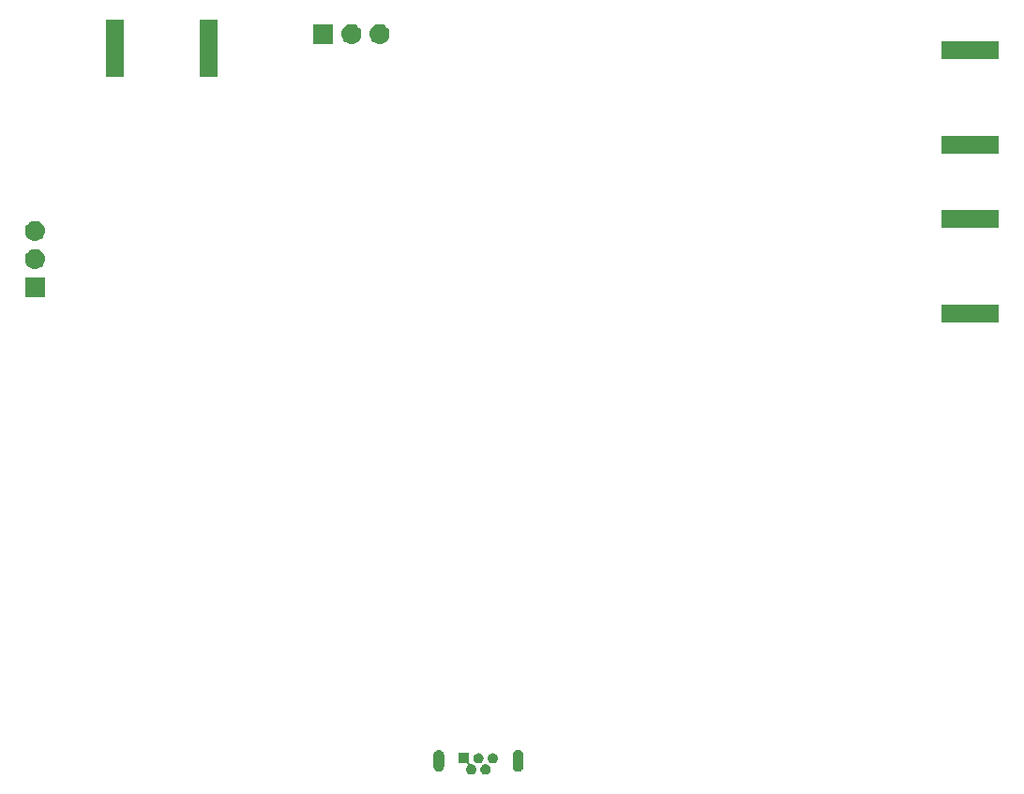
<source format=gbr>
G04 #@! TF.GenerationSoftware,KiCad,Pcbnew,(6.0.0-rc1-dev-1154-gcbd13c712)*
G04 #@! TF.CreationDate,2018-11-27T08:28:51+08:00*
G04 #@! TF.ProjectId,8330_EVA,38333330-5f45-4564-912e-6b696361645f,rev?*
G04 #@! TF.SameCoordinates,Original*
G04 #@! TF.FileFunction,Soldermask,Bot*
G04 #@! TF.FilePolarity,Negative*
%FSLAX46Y46*%
G04 Gerber Fmt 4.6, Leading zero omitted, Abs format (unit mm)*
G04 Created by KiCad (PCBNEW (6.0.0-rc1-dev-1154-gcbd13c712)) date 2018/11/27 8:28:51*
%MOMM*%
%LPD*%
G01*
G04 APERTURE LIST*
G04 #@! TA.AperFunction,NonConductor*
%ADD10C,0.100000*%
G04 #@! TD*
G04 APERTURE END LIST*
D10*
G36*
X154487386Y-124372100D02*
X154573102Y-124407604D01*
X154650248Y-124459152D01*
X154715848Y-124524752D01*
X154767396Y-124601898D01*
X154802900Y-124687614D01*
X154821000Y-124778609D01*
X154821000Y-124871391D01*
X154802900Y-124962386D01*
X154767396Y-125048102D01*
X154715848Y-125125248D01*
X154650248Y-125190848D01*
X154573102Y-125242396D01*
X154487386Y-125277900D01*
X154396391Y-125296000D01*
X154303609Y-125296000D01*
X154212614Y-125277900D01*
X154126898Y-125242396D01*
X154049752Y-125190848D01*
X153984152Y-125125248D01*
X153932604Y-125048102D01*
X153897100Y-124962386D01*
X153879000Y-124871391D01*
X153879000Y-124778609D01*
X153897100Y-124687614D01*
X153932604Y-124601898D01*
X153984152Y-124524752D01*
X154049752Y-124459152D01*
X154126898Y-124407604D01*
X154212614Y-124372100D01*
X154303609Y-124354000D01*
X154396391Y-124354000D01*
X154487386Y-124372100D01*
X154487386Y-124372100D01*
G37*
G36*
X152871000Y-124229000D02*
X152873402Y-124253386D01*
X152880515Y-124276835D01*
X152892066Y-124298446D01*
X152907612Y-124317388D01*
X152926554Y-124332934D01*
X152948165Y-124344485D01*
X152971614Y-124351598D01*
X152996000Y-124354000D01*
X153096391Y-124354000D01*
X153187386Y-124372100D01*
X153273102Y-124407604D01*
X153350248Y-124459152D01*
X153415848Y-124524752D01*
X153467396Y-124601898D01*
X153502900Y-124687614D01*
X153521000Y-124778609D01*
X153521000Y-124871391D01*
X153502900Y-124962386D01*
X153467396Y-125048102D01*
X153415848Y-125125248D01*
X153350248Y-125190848D01*
X153273102Y-125242396D01*
X153187386Y-125277900D01*
X153096391Y-125296000D01*
X153003609Y-125296000D01*
X152912614Y-125277900D01*
X152826898Y-125242396D01*
X152749752Y-125190848D01*
X152684152Y-125125248D01*
X152632604Y-125048102D01*
X152597100Y-124962386D01*
X152579000Y-124871391D01*
X152579000Y-124778609D01*
X152597100Y-124687614D01*
X152632604Y-124601898D01*
X152684152Y-124524752D01*
X152699516Y-124509388D01*
X152715062Y-124490446D01*
X152726613Y-124468835D01*
X152733726Y-124445386D01*
X152736128Y-124421000D01*
X152733726Y-124396614D01*
X152726613Y-124373165D01*
X152715062Y-124351554D01*
X152699516Y-124332612D01*
X152680574Y-124317066D01*
X152658963Y-124305515D01*
X152635514Y-124298402D01*
X152611128Y-124296000D01*
X151929000Y-124296000D01*
X151929000Y-123354000D01*
X152871000Y-123354000D01*
X152871000Y-124229000D01*
X152871000Y-124229000D01*
G37*
G36*
X157368311Y-123075887D02*
X157458038Y-123103106D01*
X157540731Y-123147306D01*
X157613211Y-123206789D01*
X157672694Y-123279269D01*
X157716894Y-123361961D01*
X157744113Y-123451688D01*
X157751000Y-123521616D01*
X157751000Y-124568384D01*
X157744113Y-124638312D01*
X157716894Y-124728039D01*
X157672694Y-124810731D01*
X157613211Y-124883211D01*
X157540731Y-124942694D01*
X157458039Y-124986894D01*
X157368312Y-125014113D01*
X157275000Y-125023303D01*
X157181689Y-125014113D01*
X157091962Y-124986894D01*
X157009270Y-124942694D01*
X156936790Y-124883211D01*
X156877307Y-124810731D01*
X156833107Y-124728039D01*
X156805888Y-124638312D01*
X156799001Y-124568384D01*
X156799000Y-123521617D01*
X156805887Y-123451689D01*
X156833106Y-123361962D01*
X156877306Y-123279269D01*
X156936789Y-123206789D01*
X157009269Y-123147306D01*
X157091961Y-123103106D01*
X157181688Y-123075887D01*
X157275000Y-123066697D01*
X157368311Y-123075887D01*
X157368311Y-123075887D01*
G37*
G36*
X150218311Y-123075887D02*
X150308038Y-123103106D01*
X150390731Y-123147306D01*
X150463211Y-123206789D01*
X150522694Y-123279269D01*
X150566894Y-123361961D01*
X150594113Y-123451688D01*
X150601000Y-123521616D01*
X150601000Y-124568384D01*
X150594113Y-124638312D01*
X150566894Y-124728039D01*
X150522694Y-124810731D01*
X150463211Y-124883211D01*
X150390731Y-124942694D01*
X150308039Y-124986894D01*
X150218312Y-125014113D01*
X150125000Y-125023303D01*
X150031689Y-125014113D01*
X149941962Y-124986894D01*
X149859270Y-124942694D01*
X149786790Y-124883211D01*
X149727307Y-124810731D01*
X149683107Y-124728039D01*
X149655888Y-124638312D01*
X149649001Y-124568384D01*
X149649000Y-123521617D01*
X149655887Y-123451689D01*
X149683106Y-123361962D01*
X149727306Y-123279269D01*
X149786789Y-123206789D01*
X149859269Y-123147306D01*
X149941961Y-123103106D01*
X150031688Y-123075887D01*
X150125000Y-123066697D01*
X150218311Y-123075887D01*
X150218311Y-123075887D01*
G37*
G36*
X155137386Y-123372100D02*
X155223102Y-123407604D01*
X155300248Y-123459152D01*
X155365848Y-123524752D01*
X155417396Y-123601898D01*
X155452900Y-123687614D01*
X155471000Y-123778609D01*
X155471000Y-123871391D01*
X155452900Y-123962386D01*
X155417396Y-124048102D01*
X155365848Y-124125248D01*
X155300248Y-124190848D01*
X155223102Y-124242396D01*
X155137386Y-124277900D01*
X155046391Y-124296000D01*
X154953609Y-124296000D01*
X154862614Y-124277900D01*
X154776898Y-124242396D01*
X154699752Y-124190848D01*
X154634152Y-124125248D01*
X154582604Y-124048102D01*
X154547100Y-123962386D01*
X154529000Y-123871391D01*
X154529000Y-123778609D01*
X154547100Y-123687614D01*
X154582604Y-123601898D01*
X154634152Y-123524752D01*
X154699752Y-123459152D01*
X154776898Y-123407604D01*
X154862614Y-123372100D01*
X154953609Y-123354000D01*
X155046391Y-123354000D01*
X155137386Y-123372100D01*
X155137386Y-123372100D01*
G37*
G36*
X153837386Y-123372100D02*
X153923102Y-123407604D01*
X154000248Y-123459152D01*
X154065848Y-123524752D01*
X154117396Y-123601898D01*
X154152900Y-123687614D01*
X154171000Y-123778609D01*
X154171000Y-123871391D01*
X154152900Y-123962386D01*
X154117396Y-124048102D01*
X154065848Y-124125248D01*
X154000248Y-124190848D01*
X153923102Y-124242396D01*
X153837386Y-124277900D01*
X153746391Y-124296000D01*
X153653609Y-124296000D01*
X153562614Y-124277900D01*
X153476898Y-124242396D01*
X153399752Y-124190848D01*
X153334152Y-124125248D01*
X153282604Y-124048102D01*
X153247100Y-123962386D01*
X153229000Y-123871391D01*
X153229000Y-123778609D01*
X153247100Y-123687614D01*
X153282604Y-123601898D01*
X153334152Y-123524752D01*
X153399752Y-123459152D01*
X153476898Y-123407604D01*
X153562614Y-123372100D01*
X153653609Y-123354000D01*
X153746391Y-123354000D01*
X153837386Y-123372100D01*
X153837386Y-123372100D01*
G37*
G36*
X200711000Y-84426000D02*
X195529000Y-84426000D01*
X195529000Y-82824000D01*
X200711000Y-82824000D01*
X200711000Y-84426000D01*
X200711000Y-84426000D01*
G37*
G36*
X114566000Y-82181000D02*
X112764000Y-82181000D01*
X112764000Y-80379000D01*
X114566000Y-80379000D01*
X114566000Y-82181000D01*
X114566000Y-82181000D01*
G37*
G36*
X113775443Y-77845519D02*
X113841627Y-77852037D01*
X113954853Y-77886384D01*
X114011467Y-77903557D01*
X114150087Y-77977652D01*
X114167991Y-77987222D01*
X114203729Y-78016552D01*
X114305186Y-78099814D01*
X114388448Y-78201271D01*
X114417778Y-78237009D01*
X114417779Y-78237011D01*
X114501443Y-78393533D01*
X114501443Y-78393534D01*
X114552963Y-78563373D01*
X114570359Y-78740000D01*
X114552963Y-78916627D01*
X114518616Y-79029853D01*
X114501443Y-79086467D01*
X114427348Y-79225087D01*
X114417778Y-79242991D01*
X114388448Y-79278729D01*
X114305186Y-79380186D01*
X114203729Y-79463448D01*
X114167991Y-79492778D01*
X114167989Y-79492779D01*
X114011467Y-79576443D01*
X113954853Y-79593616D01*
X113841627Y-79627963D01*
X113775442Y-79634482D01*
X113709260Y-79641000D01*
X113620740Y-79641000D01*
X113554558Y-79634482D01*
X113488373Y-79627963D01*
X113375147Y-79593616D01*
X113318533Y-79576443D01*
X113162011Y-79492779D01*
X113162009Y-79492778D01*
X113126271Y-79463448D01*
X113024814Y-79380186D01*
X112941552Y-79278729D01*
X112912222Y-79242991D01*
X112902652Y-79225087D01*
X112828557Y-79086467D01*
X112811384Y-79029853D01*
X112777037Y-78916627D01*
X112759641Y-78740000D01*
X112777037Y-78563373D01*
X112828557Y-78393534D01*
X112828557Y-78393533D01*
X112912221Y-78237011D01*
X112912222Y-78237009D01*
X112941552Y-78201271D01*
X113024814Y-78099814D01*
X113126271Y-78016552D01*
X113162009Y-77987222D01*
X113179913Y-77977652D01*
X113318533Y-77903557D01*
X113375147Y-77886384D01*
X113488373Y-77852037D01*
X113554557Y-77845519D01*
X113620740Y-77839000D01*
X113709260Y-77839000D01*
X113775443Y-77845519D01*
X113775443Y-77845519D01*
G37*
G36*
X113775442Y-75305518D02*
X113841627Y-75312037D01*
X113954853Y-75346384D01*
X114011467Y-75363557D01*
X114150087Y-75437652D01*
X114167991Y-75447222D01*
X114203729Y-75476552D01*
X114305186Y-75559814D01*
X114388448Y-75661271D01*
X114417778Y-75697009D01*
X114417779Y-75697011D01*
X114501443Y-75853533D01*
X114501443Y-75853534D01*
X114552963Y-76023373D01*
X114570359Y-76200000D01*
X114552963Y-76376627D01*
X114518616Y-76489853D01*
X114501443Y-76546467D01*
X114427348Y-76685087D01*
X114417778Y-76702991D01*
X114388448Y-76738729D01*
X114305186Y-76840186D01*
X114203729Y-76923448D01*
X114167991Y-76952778D01*
X114167989Y-76952779D01*
X114011467Y-77036443D01*
X113954853Y-77053616D01*
X113841627Y-77087963D01*
X113775442Y-77094482D01*
X113709260Y-77101000D01*
X113620740Y-77101000D01*
X113554558Y-77094482D01*
X113488373Y-77087963D01*
X113375147Y-77053616D01*
X113318533Y-77036443D01*
X113162011Y-76952779D01*
X113162009Y-76952778D01*
X113126271Y-76923448D01*
X113024814Y-76840186D01*
X112941552Y-76738729D01*
X112912222Y-76702991D01*
X112902652Y-76685087D01*
X112828557Y-76546467D01*
X112811384Y-76489853D01*
X112777037Y-76376627D01*
X112759641Y-76200000D01*
X112777037Y-76023373D01*
X112828557Y-75853534D01*
X112828557Y-75853533D01*
X112912221Y-75697011D01*
X112912222Y-75697009D01*
X112941552Y-75661271D01*
X113024814Y-75559814D01*
X113126271Y-75476552D01*
X113162009Y-75447222D01*
X113179913Y-75437652D01*
X113318533Y-75363557D01*
X113375147Y-75346384D01*
X113488373Y-75312037D01*
X113554558Y-75305518D01*
X113620740Y-75299000D01*
X113709260Y-75299000D01*
X113775442Y-75305518D01*
X113775442Y-75305518D01*
G37*
G36*
X200711000Y-75926000D02*
X195529000Y-75926000D01*
X195529000Y-74324000D01*
X200711000Y-74324000D01*
X200711000Y-75926000D01*
X200711000Y-75926000D01*
G37*
G36*
X200711000Y-69186000D02*
X195529000Y-69186000D01*
X195529000Y-67584000D01*
X200711000Y-67584000D01*
X200711000Y-69186000D01*
X200711000Y-69186000D01*
G37*
G36*
X130146000Y-62281000D02*
X128544000Y-62281000D01*
X128544000Y-57099000D01*
X130146000Y-57099000D01*
X130146000Y-62281000D01*
X130146000Y-62281000D01*
G37*
G36*
X121646000Y-62281000D02*
X120044000Y-62281000D01*
X120044000Y-57099000D01*
X121646000Y-57099000D01*
X121646000Y-62281000D01*
X121646000Y-62281000D01*
G37*
G36*
X200711000Y-60686000D02*
X195529000Y-60686000D01*
X195529000Y-59084000D01*
X200711000Y-59084000D01*
X200711000Y-60686000D01*
X200711000Y-60686000D01*
G37*
G36*
X140601000Y-59321000D02*
X138799000Y-59321000D01*
X138799000Y-57519000D01*
X140601000Y-57519000D01*
X140601000Y-59321000D01*
X140601000Y-59321000D01*
G37*
G36*
X142350443Y-57525519D02*
X142416627Y-57532037D01*
X142529853Y-57566384D01*
X142586467Y-57583557D01*
X142725087Y-57657652D01*
X142742991Y-57667222D01*
X142778729Y-57696552D01*
X142880186Y-57779814D01*
X142963448Y-57881271D01*
X142992778Y-57917009D01*
X142992779Y-57917011D01*
X143076443Y-58073533D01*
X143076443Y-58073534D01*
X143127963Y-58243373D01*
X143145359Y-58420000D01*
X143127963Y-58596627D01*
X143093616Y-58709853D01*
X143076443Y-58766467D01*
X143002348Y-58905087D01*
X142992778Y-58922991D01*
X142963448Y-58958729D01*
X142880186Y-59060186D01*
X142778729Y-59143448D01*
X142742991Y-59172778D01*
X142742989Y-59172779D01*
X142586467Y-59256443D01*
X142529853Y-59273616D01*
X142416627Y-59307963D01*
X142350442Y-59314482D01*
X142284260Y-59321000D01*
X142195740Y-59321000D01*
X142129558Y-59314482D01*
X142063373Y-59307963D01*
X141950147Y-59273616D01*
X141893533Y-59256443D01*
X141737011Y-59172779D01*
X141737009Y-59172778D01*
X141701271Y-59143448D01*
X141599814Y-59060186D01*
X141516552Y-58958729D01*
X141487222Y-58922991D01*
X141477652Y-58905087D01*
X141403557Y-58766467D01*
X141386384Y-58709853D01*
X141352037Y-58596627D01*
X141334641Y-58420000D01*
X141352037Y-58243373D01*
X141403557Y-58073534D01*
X141403557Y-58073533D01*
X141487221Y-57917011D01*
X141487222Y-57917009D01*
X141516552Y-57881271D01*
X141599814Y-57779814D01*
X141701271Y-57696552D01*
X141737009Y-57667222D01*
X141754913Y-57657652D01*
X141893533Y-57583557D01*
X141950147Y-57566384D01*
X142063373Y-57532037D01*
X142129557Y-57525519D01*
X142195740Y-57519000D01*
X142284260Y-57519000D01*
X142350443Y-57525519D01*
X142350443Y-57525519D01*
G37*
G36*
X144890443Y-57525519D02*
X144956627Y-57532037D01*
X145069853Y-57566384D01*
X145126467Y-57583557D01*
X145265087Y-57657652D01*
X145282991Y-57667222D01*
X145318729Y-57696552D01*
X145420186Y-57779814D01*
X145503448Y-57881271D01*
X145532778Y-57917009D01*
X145532779Y-57917011D01*
X145616443Y-58073533D01*
X145616443Y-58073534D01*
X145667963Y-58243373D01*
X145685359Y-58420000D01*
X145667963Y-58596627D01*
X145633616Y-58709853D01*
X145616443Y-58766467D01*
X145542348Y-58905087D01*
X145532778Y-58922991D01*
X145503448Y-58958729D01*
X145420186Y-59060186D01*
X145318729Y-59143448D01*
X145282991Y-59172778D01*
X145282989Y-59172779D01*
X145126467Y-59256443D01*
X145069853Y-59273616D01*
X144956627Y-59307963D01*
X144890442Y-59314482D01*
X144824260Y-59321000D01*
X144735740Y-59321000D01*
X144669558Y-59314482D01*
X144603373Y-59307963D01*
X144490147Y-59273616D01*
X144433533Y-59256443D01*
X144277011Y-59172779D01*
X144277009Y-59172778D01*
X144241271Y-59143448D01*
X144139814Y-59060186D01*
X144056552Y-58958729D01*
X144027222Y-58922991D01*
X144017652Y-58905087D01*
X143943557Y-58766467D01*
X143926384Y-58709853D01*
X143892037Y-58596627D01*
X143874641Y-58420000D01*
X143892037Y-58243373D01*
X143943557Y-58073534D01*
X143943557Y-58073533D01*
X144027221Y-57917011D01*
X144027222Y-57917009D01*
X144056552Y-57881271D01*
X144139814Y-57779814D01*
X144241271Y-57696552D01*
X144277009Y-57667222D01*
X144294913Y-57657652D01*
X144433533Y-57583557D01*
X144490147Y-57566384D01*
X144603373Y-57532037D01*
X144669557Y-57525519D01*
X144735740Y-57519000D01*
X144824260Y-57519000D01*
X144890443Y-57525519D01*
X144890443Y-57525519D01*
G37*
M02*

</source>
